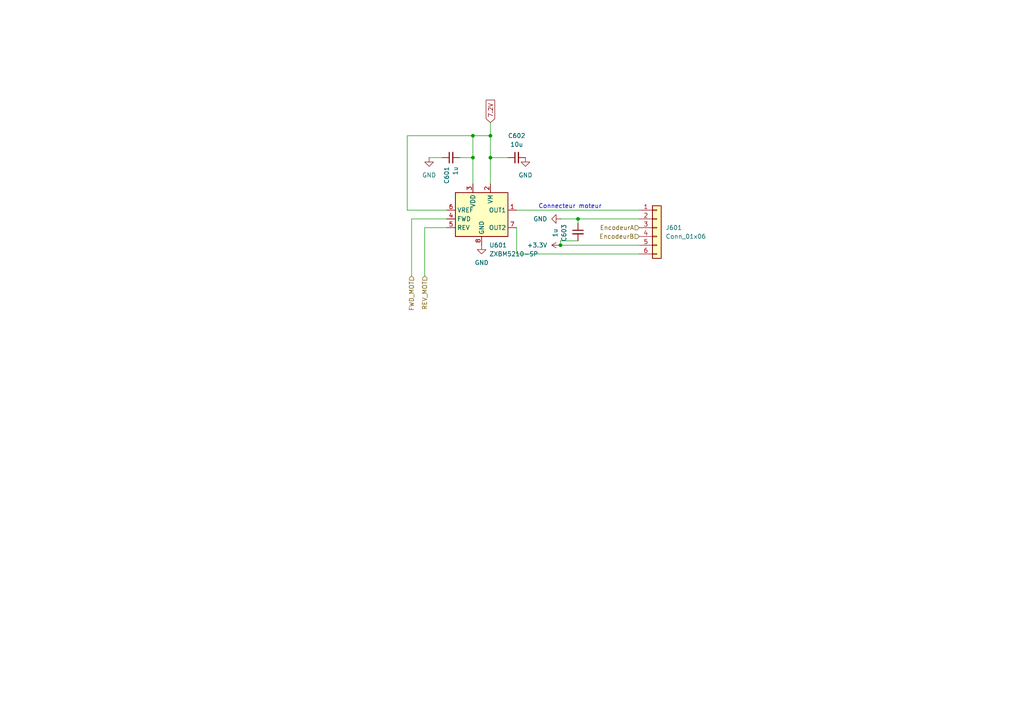
<source format=kicad_sch>
(kicad_sch
	(version 20231120)
	(generator "eeschema")
	(generator_version "8.0")
	(uuid "8a755c76-2df1-4ba6-a61f-87ab25400ca5")
	(paper "A4")
	(lib_symbols
		(symbol "Connector_Generic:Conn_01x06"
			(pin_names
				(offset 1.016) hide)
			(exclude_from_sim no)
			(in_bom yes)
			(on_board yes)
			(property "Reference" "J"
				(at 0 7.62 0)
				(effects
					(font
						(size 1.27 1.27)
					)
				)
			)
			(property "Value" "Conn_01x06"
				(at 0 -10.16 0)
				(effects
					(font
						(size 1.27 1.27)
					)
				)
			)
			(property "Footprint" ""
				(at 0 0 0)
				(effects
					(font
						(size 1.27 1.27)
					)
					(hide yes)
				)
			)
			(property "Datasheet" "~"
				(at 0 0 0)
				(effects
					(font
						(size 1.27 1.27)
					)
					(hide yes)
				)
			)
			(property "Description" "Generic connector, single row, 01x06, script generated (kicad-library-utils/schlib/autogen/connector/)"
				(at 0 0 0)
				(effects
					(font
						(size 1.27 1.27)
					)
					(hide yes)
				)
			)
			(property "ki_keywords" "connector"
				(at 0 0 0)
				(effects
					(font
						(size 1.27 1.27)
					)
					(hide yes)
				)
			)
			(property "ki_fp_filters" "Connector*:*_1x??_*"
				(at 0 0 0)
				(effects
					(font
						(size 1.27 1.27)
					)
					(hide yes)
				)
			)
			(symbol "Conn_01x06_1_1"
				(rectangle
					(start -1.27 -7.493)
					(end 0 -7.747)
					(stroke
						(width 0.1524)
						(type default)
					)
					(fill
						(type none)
					)
				)
				(rectangle
					(start -1.27 -4.953)
					(end 0 -5.207)
					(stroke
						(width 0.1524)
						(type default)
					)
					(fill
						(type none)
					)
				)
				(rectangle
					(start -1.27 -2.413)
					(end 0 -2.667)
					(stroke
						(width 0.1524)
						(type default)
					)
					(fill
						(type none)
					)
				)
				(rectangle
					(start -1.27 0.127)
					(end 0 -0.127)
					(stroke
						(width 0.1524)
						(type default)
					)
					(fill
						(type none)
					)
				)
				(rectangle
					(start -1.27 2.667)
					(end 0 2.413)
					(stroke
						(width 0.1524)
						(type default)
					)
					(fill
						(type none)
					)
				)
				(rectangle
					(start -1.27 5.207)
					(end 0 4.953)
					(stroke
						(width 0.1524)
						(type default)
					)
					(fill
						(type none)
					)
				)
				(rectangle
					(start -1.27 6.35)
					(end 1.27 -8.89)
					(stroke
						(width 0.254)
						(type default)
					)
					(fill
						(type background)
					)
				)
				(pin passive line
					(at -5.08 5.08 0)
					(length 3.81)
					(name "Pin_1"
						(effects
							(font
								(size 1.27 1.27)
							)
						)
					)
					(number "1"
						(effects
							(font
								(size 1.27 1.27)
							)
						)
					)
				)
				(pin passive line
					(at -5.08 2.54 0)
					(length 3.81)
					(name "Pin_2"
						(effects
							(font
								(size 1.27 1.27)
							)
						)
					)
					(number "2"
						(effects
							(font
								(size 1.27 1.27)
							)
						)
					)
				)
				(pin passive line
					(at -5.08 0 0)
					(length 3.81)
					(name "Pin_3"
						(effects
							(font
								(size 1.27 1.27)
							)
						)
					)
					(number "3"
						(effects
							(font
								(size 1.27 1.27)
							)
						)
					)
				)
				(pin passive line
					(at -5.08 -2.54 0)
					(length 3.81)
					(name "Pin_4"
						(effects
							(font
								(size 1.27 1.27)
							)
						)
					)
					(number "4"
						(effects
							(font
								(size 1.27 1.27)
							)
						)
					)
				)
				(pin passive line
					(at -5.08 -5.08 0)
					(length 3.81)
					(name "Pin_5"
						(effects
							(font
								(size 1.27 1.27)
							)
						)
					)
					(number "5"
						(effects
							(font
								(size 1.27 1.27)
							)
						)
					)
				)
				(pin passive line
					(at -5.08 -7.62 0)
					(length 3.81)
					(name "Pin_6"
						(effects
							(font
								(size 1.27 1.27)
							)
						)
					)
					(number "6"
						(effects
							(font
								(size 1.27 1.27)
							)
						)
					)
				)
			)
		)
		(symbol "Device:C_Small"
			(pin_numbers hide)
			(pin_names
				(offset 0.254) hide)
			(exclude_from_sim no)
			(in_bom yes)
			(on_board yes)
			(property "Reference" "C"
				(at 0.254 1.778 0)
				(effects
					(font
						(size 1.27 1.27)
					)
					(justify left)
				)
			)
			(property "Value" "C_Small"
				(at 0.254 -2.032 0)
				(effects
					(font
						(size 1.27 1.27)
					)
					(justify left)
				)
			)
			(property "Footprint" ""
				(at 0 0 0)
				(effects
					(font
						(size 1.27 1.27)
					)
					(hide yes)
				)
			)
			(property "Datasheet" "~"
				(at 0 0 0)
				(effects
					(font
						(size 1.27 1.27)
					)
					(hide yes)
				)
			)
			(property "Description" "Unpolarized capacitor, small symbol"
				(at 0 0 0)
				(effects
					(font
						(size 1.27 1.27)
					)
					(hide yes)
				)
			)
			(property "ki_keywords" "capacitor cap"
				(at 0 0 0)
				(effects
					(font
						(size 1.27 1.27)
					)
					(hide yes)
				)
			)
			(property "ki_fp_filters" "C_*"
				(at 0 0 0)
				(effects
					(font
						(size 1.27 1.27)
					)
					(hide yes)
				)
			)
			(symbol "C_Small_0_1"
				(polyline
					(pts
						(xy -1.524 -0.508) (xy 1.524 -0.508)
					)
					(stroke
						(width 0.3302)
						(type default)
					)
					(fill
						(type none)
					)
				)
				(polyline
					(pts
						(xy -1.524 0.508) (xy 1.524 0.508)
					)
					(stroke
						(width 0.3048)
						(type default)
					)
					(fill
						(type none)
					)
				)
			)
			(symbol "C_Small_1_1"
				(pin passive line
					(at 0 2.54 270)
					(length 2.032)
					(name "~"
						(effects
							(font
								(size 1.27 1.27)
							)
						)
					)
					(number "1"
						(effects
							(font
								(size 1.27 1.27)
							)
						)
					)
				)
				(pin passive line
					(at 0 -2.54 90)
					(length 2.032)
					(name "~"
						(effects
							(font
								(size 1.27 1.27)
							)
						)
					)
					(number "2"
						(effects
							(font
								(size 1.27 1.27)
							)
						)
					)
				)
			)
		)
		(symbol "Driver_Motor:ZXBM5210-SP"
			(exclude_from_sim no)
			(in_bom yes)
			(on_board yes)
			(property "Reference" "U"
				(at -7.62 8.89 0)
				(effects
					(font
						(size 1.27 1.27)
					)
				)
			)
			(property "Value" "ZXBM5210-SP"
				(at 10.16 8.89 0)
				(effects
					(font
						(size 1.27 1.27)
					)
				)
			)
			(property "Footprint" "Package_SO:Diodes_SO-8EP"
				(at 1.27 -6.35 0)
				(effects
					(font
						(size 1.27 1.27)
					)
					(hide yes)
				)
			)
			(property "Datasheet" "https://www.diodes.com/assets/Datasheets/ZXBM5210.pdf"
				(at 0 0 0)
				(effects
					(font
						(size 1.27 1.27)
					)
					(hide yes)
				)
			)
			(property "Description" "Reversible DC motor drive with speed control, 3-18V, 0.85A, SOIC-8EP"
				(at 0 0 0)
				(effects
					(font
						(size 1.27 1.27)
					)
					(hide yes)
				)
			)
			(property "ki_keywords" "H-bridge, motor driver, PWM, single coil"
				(at 0 0 0)
				(effects
					(font
						(size 1.27 1.27)
					)
					(hide yes)
				)
			)
			(property "ki_fp_filters" "Diodes*SO*EP*"
				(at 0 0 0)
				(effects
					(font
						(size 1.27 1.27)
					)
					(hide yes)
				)
			)
			(symbol "ZXBM5210-SP_0_0"
				(pin output line
					(at 10.16 2.54 180)
					(length 2.54)
					(name "OUT1"
						(effects
							(font
								(size 1.27 1.27)
							)
						)
					)
					(number "1"
						(effects
							(font
								(size 1.27 1.27)
							)
						)
					)
				)
				(pin power_in line
					(at 2.54 10.16 270)
					(length 2.54)
					(name "VM"
						(effects
							(font
								(size 1.27 1.27)
							)
						)
					)
					(number "2"
						(effects
							(font
								(size 1.27 1.27)
							)
						)
					)
				)
				(pin power_in line
					(at -2.54 10.16 270)
					(length 2.54)
					(name "VDD"
						(effects
							(font
								(size 1.27 1.27)
							)
						)
					)
					(number "3"
						(effects
							(font
								(size 1.27 1.27)
							)
						)
					)
				)
				(pin input line
					(at -10.16 0 0)
					(length 2.54)
					(name "FWD"
						(effects
							(font
								(size 1.27 1.27)
							)
						)
					)
					(number "4"
						(effects
							(font
								(size 1.27 1.27)
							)
						)
					)
				)
				(pin input line
					(at -10.16 -2.54 0)
					(length 2.54)
					(name "REV"
						(effects
							(font
								(size 1.27 1.27)
							)
						)
					)
					(number "5"
						(effects
							(font
								(size 1.27 1.27)
							)
						)
					)
				)
				(pin input line
					(at -10.16 2.54 0)
					(length 2.54)
					(name "VREF"
						(effects
							(font
								(size 1.27 1.27)
							)
						)
					)
					(number "6"
						(effects
							(font
								(size 1.27 1.27)
							)
						)
					)
				)
				(pin output line
					(at 10.16 -2.54 180)
					(length 2.54)
					(name "OUT2"
						(effects
							(font
								(size 1.27 1.27)
							)
						)
					)
					(number "7"
						(effects
							(font
								(size 1.27 1.27)
							)
						)
					)
				)
				(pin power_in line
					(at 0 -7.62 90)
					(length 2.54)
					(name "GND"
						(effects
							(font
								(size 1.27 1.27)
							)
						)
					)
					(number "8"
						(effects
							(font
								(size 1.27 1.27)
							)
						)
					)
				)
				(pin passive line
					(at 0 -7.62 90)
					(length 2.54) hide
					(name "GND"
						(effects
							(font
								(size 1.27 1.27)
							)
						)
					)
					(number "9"
						(effects
							(font
								(size 1.27 1.27)
							)
						)
					)
				)
			)
			(symbol "ZXBM5210-SP_0_1"
				(rectangle
					(start -7.62 7.62)
					(end 7.62 -5.08)
					(stroke
						(width 0.254)
						(type default)
					)
					(fill
						(type background)
					)
				)
			)
		)
		(symbol "power:+3.3V"
			(power)
			(pin_numbers hide)
			(pin_names
				(offset 0) hide)
			(exclude_from_sim no)
			(in_bom yes)
			(on_board yes)
			(property "Reference" "#PWR"
				(at 0 -3.81 0)
				(effects
					(font
						(size 1.27 1.27)
					)
					(hide yes)
				)
			)
			(property "Value" "+3.3V"
				(at 0 3.556 0)
				(effects
					(font
						(size 1.27 1.27)
					)
				)
			)
			(property "Footprint" ""
				(at 0 0 0)
				(effects
					(font
						(size 1.27 1.27)
					)
					(hide yes)
				)
			)
			(property "Datasheet" ""
				(at 0 0 0)
				(effects
					(font
						(size 1.27 1.27)
					)
					(hide yes)
				)
			)
			(property "Description" "Power symbol creates a global label with name \"+3.3V\""
				(at 0 0 0)
				(effects
					(font
						(size 1.27 1.27)
					)
					(hide yes)
				)
			)
			(property "ki_keywords" "global power"
				(at 0 0 0)
				(effects
					(font
						(size 1.27 1.27)
					)
					(hide yes)
				)
			)
			(symbol "+3.3V_0_1"
				(polyline
					(pts
						(xy -0.762 1.27) (xy 0 2.54)
					)
					(stroke
						(width 0)
						(type default)
					)
					(fill
						(type none)
					)
				)
				(polyline
					(pts
						(xy 0 0) (xy 0 2.54)
					)
					(stroke
						(width 0)
						(type default)
					)
					(fill
						(type none)
					)
				)
				(polyline
					(pts
						(xy 0 2.54) (xy 0.762 1.27)
					)
					(stroke
						(width 0)
						(type default)
					)
					(fill
						(type none)
					)
				)
			)
			(symbol "+3.3V_1_1"
				(pin power_in line
					(at 0 0 90)
					(length 0)
					(name "~"
						(effects
							(font
								(size 1.27 1.27)
							)
						)
					)
					(number "1"
						(effects
							(font
								(size 1.27 1.27)
							)
						)
					)
				)
			)
		)
		(symbol "power:GND"
			(power)
			(pin_numbers hide)
			(pin_names
				(offset 0) hide)
			(exclude_from_sim no)
			(in_bom yes)
			(on_board yes)
			(property "Reference" "#PWR"
				(at 0 -6.35 0)
				(effects
					(font
						(size 1.27 1.27)
					)
					(hide yes)
				)
			)
			(property "Value" "GND"
				(at 0 -3.81 0)
				(effects
					(font
						(size 1.27 1.27)
					)
				)
			)
			(property "Footprint" ""
				(at 0 0 0)
				(effects
					(font
						(size 1.27 1.27)
					)
					(hide yes)
				)
			)
			(property "Datasheet" ""
				(at 0 0 0)
				(effects
					(font
						(size 1.27 1.27)
					)
					(hide yes)
				)
			)
			(property "Description" "Power symbol creates a global label with name \"GND\" , ground"
				(at 0 0 0)
				(effects
					(font
						(size 1.27 1.27)
					)
					(hide yes)
				)
			)
			(property "ki_keywords" "global power"
				(at 0 0 0)
				(effects
					(font
						(size 1.27 1.27)
					)
					(hide yes)
				)
			)
			(symbol "GND_0_1"
				(polyline
					(pts
						(xy 0 0) (xy 0 -1.27) (xy 1.27 -1.27) (xy 0 -2.54) (xy -1.27 -1.27) (xy 0 -1.27)
					)
					(stroke
						(width 0)
						(type default)
					)
					(fill
						(type none)
					)
				)
			)
			(symbol "GND_1_1"
				(pin power_in line
					(at 0 0 270)
					(length 0)
					(name "~"
						(effects
							(font
								(size 1.27 1.27)
							)
						)
					)
					(number "1"
						(effects
							(font
								(size 1.27 1.27)
							)
						)
					)
				)
			)
		)
	)
	(junction
		(at 162.56 71.12)
		(diameter 0)
		(color 0 0 0 0)
		(uuid "3061bc53-b170-4402-84c4-e54eb8141dd1")
	)
	(junction
		(at 142.24 39.37)
		(diameter 0)
		(color 0 0 0 0)
		(uuid "51a30860-2deb-4f99-ba78-47b7701f5c50")
	)
	(junction
		(at 167.64 63.5)
		(diameter 0)
		(color 0 0 0 0)
		(uuid "66b9e2bf-fbe3-4dc1-b12e-e6eeb3ab9aa6")
	)
	(junction
		(at 137.16 39.37)
		(diameter 0)
		(color 0 0 0 0)
		(uuid "979d4216-8c24-4fab-98b6-010d7646c789")
	)
	(junction
		(at 137.16 45.72)
		(diameter 0)
		(color 0 0 0 0)
		(uuid "f46ed525-6be2-4019-adf3-517d026e8c94")
	)
	(junction
		(at 142.24 45.72)
		(diameter 0)
		(color 0 0 0 0)
		(uuid "f70eb35c-0700-4e24-95b1-1e4bee84bcd6")
	)
	(wire
		(pts
			(xy 142.24 45.72) (xy 147.32 45.72)
		)
		(stroke
			(width 0)
			(type default)
		)
		(uuid "033edf6f-fe60-400b-94b1-88a1214df59c")
	)
	(wire
		(pts
			(xy 162.56 71.12) (xy 185.42 71.12)
		)
		(stroke
			(width 0)
			(type default)
		)
		(uuid "13308ce3-7b45-455f-952c-f712bbce8337")
	)
	(wire
		(pts
			(xy 142.24 39.37) (xy 142.24 45.72)
		)
		(stroke
			(width 0)
			(type default)
		)
		(uuid "2cb30cfb-e71e-4cad-b3eb-1f8556e3c742")
	)
	(wire
		(pts
			(xy 149.86 60.96) (xy 185.42 60.96)
		)
		(stroke
			(width 0)
			(type default)
		)
		(uuid "3a114192-3f5b-4b0e-b1c5-0c11f6ca41cf")
	)
	(wire
		(pts
			(xy 137.16 45.72) (xy 133.35 45.72)
		)
		(stroke
			(width 0)
			(type default)
		)
		(uuid "44a0c72d-8399-4c1f-806b-f1d60213153e")
	)
	(wire
		(pts
			(xy 162.56 69.85) (xy 162.56 71.12)
		)
		(stroke
			(width 0)
			(type default)
		)
		(uuid "5d1b1bc3-8b50-48e1-ad7d-c101483b87f3")
	)
	(wire
		(pts
			(xy 137.16 39.37) (xy 142.24 39.37)
		)
		(stroke
			(width 0)
			(type default)
		)
		(uuid "63d74254-a242-4742-b35e-d22ad06d597d")
	)
	(wire
		(pts
			(xy 142.24 53.34) (xy 142.24 45.72)
		)
		(stroke
			(width 0)
			(type default)
		)
		(uuid "6aa293a0-2291-4f89-bd80-536e4e01782b")
	)
	(wire
		(pts
			(xy 162.56 63.5) (xy 167.64 63.5)
		)
		(stroke
			(width 0)
			(type default)
		)
		(uuid "731313e4-0b8b-4403-b566-14a8afc512af")
	)
	(wire
		(pts
			(xy 123.19 66.04) (xy 129.54 66.04)
		)
		(stroke
			(width 0)
			(type default)
		)
		(uuid "8adef48b-5e84-43db-b6b7-47fe27769306")
	)
	(wire
		(pts
			(xy 119.38 63.5) (xy 129.54 63.5)
		)
		(stroke
			(width 0)
			(type default)
		)
		(uuid "a3f4ec73-a354-4220-858c-3083134e3de1")
	)
	(wire
		(pts
			(xy 149.86 73.66) (xy 149.86 66.04)
		)
		(stroke
			(width 0)
			(type default)
		)
		(uuid "c3dcc24b-7a6b-4241-9c1b-cd2fb7d0e528")
	)
	(wire
		(pts
			(xy 118.11 60.96) (xy 129.54 60.96)
		)
		(stroke
			(width 0)
			(type default)
		)
		(uuid "caef46c7-3964-403f-a12c-6e7e179e66d1")
	)
	(wire
		(pts
			(xy 137.16 39.37) (xy 137.16 45.72)
		)
		(stroke
			(width 0)
			(type default)
		)
		(uuid "cf7625c8-3c65-4834-b935-145604383783")
	)
	(wire
		(pts
			(xy 118.11 39.37) (xy 137.16 39.37)
		)
		(stroke
			(width 0)
			(type default)
		)
		(uuid "dbec2dbe-ebf6-4fd1-b6af-4c592c3492c1")
	)
	(wire
		(pts
			(xy 142.24 35.56) (xy 142.24 39.37)
		)
		(stroke
			(width 0)
			(type default)
		)
		(uuid "dd9a5ef9-0146-4dda-a4f1-705ad937566f")
	)
	(wire
		(pts
			(xy 123.19 80.01) (xy 123.19 66.04)
		)
		(stroke
			(width 0)
			(type default)
		)
		(uuid "e015cabd-8c1c-48fd-8f9c-8149babf7ebf")
	)
	(wire
		(pts
			(xy 124.46 45.72) (xy 128.27 45.72)
		)
		(stroke
			(width 0)
			(type default)
		)
		(uuid "e0a2fcca-7ad4-4b7e-829b-0bb6a7d59c6c")
	)
	(wire
		(pts
			(xy 118.11 39.37) (xy 118.11 60.96)
		)
		(stroke
			(width 0)
			(type default)
		)
		(uuid "e19e0e14-8ca1-4305-b39f-b26ad57a6e1b")
	)
	(wire
		(pts
			(xy 119.38 80.01) (xy 119.38 63.5)
		)
		(stroke
			(width 0)
			(type default)
		)
		(uuid "e3f3e188-3ae2-4a39-bd18-4452d1c85ab9")
	)
	(wire
		(pts
			(xy 167.64 63.5) (xy 167.64 64.77)
		)
		(stroke
			(width 0)
			(type default)
		)
		(uuid "e7acab47-b277-47c8-abae-fd3ba9da5c41")
	)
	(wire
		(pts
			(xy 137.16 53.34) (xy 137.16 45.72)
		)
		(stroke
			(width 0)
			(type default)
		)
		(uuid "e8ef8214-d4d9-4dc0-a6e1-3129f916492a")
	)
	(wire
		(pts
			(xy 149.86 73.66) (xy 185.42 73.66)
		)
		(stroke
			(width 0)
			(type default)
		)
		(uuid "e99618f6-cf1c-49af-bc37-38acfe8f097d")
	)
	(wire
		(pts
			(xy 167.64 63.5) (xy 185.42 63.5)
		)
		(stroke
			(width 0)
			(type default)
		)
		(uuid "ec1a33a1-ae77-483d-ab12-905f71ffc8cd")
	)
	(wire
		(pts
			(xy 167.64 69.85) (xy 162.56 69.85)
		)
		(stroke
			(width 0)
			(type default)
		)
		(uuid "f5b69869-8b8c-453d-917f-a23a59b8fe46")
	)
	(text "Connecteur moteur"
		(exclude_from_sim no)
		(at 165.354 59.944 0)
		(effects
			(font
				(size 1.27 1.27)
			)
		)
		(uuid "0f58184f-4d8b-4b08-b697-b29c5ca23c23")
	)
	(global_label "7.2V"
		(shape input)
		(at 142.24 35.56 90)
		(fields_autoplaced yes)
		(effects
			(font
				(size 1.27 1.27)
			)
			(justify left)
		)
		(uuid "e0810931-d87f-488d-b0e3-f888cb117cdd")
		(property "Intersheetrefs" "${INTERSHEET_REFS}"
			(at 142.24 28.4624 90)
			(effects
				(font
					(size 1.27 1.27)
				)
				(justify left)
				(hide yes)
			)
		)
	)
	(hierarchical_label "EncodeurA"
		(shape input)
		(at 185.42 66.04 180)
		(fields_autoplaced yes)
		(effects
			(font
				(size 1.27 1.27)
			)
			(justify right)
		)
		(uuid "141b9059-73c3-4b0d-b031-ba95c6cb0b18")
	)
	(hierarchical_label "EncodeurB"
		(shape input)
		(at 185.42 68.58 180)
		(fields_autoplaced yes)
		(effects
			(font
				(size 1.27 1.27)
			)
			(justify right)
		)
		(uuid "a3dfbec5-0ac6-42cd-9b91-16f955b421d2")
	)
	(hierarchical_label "FWD_MOT"
		(shape input)
		(at 119.38 80.01 270)
		(fields_autoplaced yes)
		(effects
			(font
				(size 1.27 1.27)
			)
			(justify right)
		)
		(uuid "a86eaffe-78e5-4de6-845a-9e375a2d0e12")
	)
	(hierarchical_label "REV_MOT"
		(shape input)
		(at 123.19 80.01 270)
		(fields_autoplaced yes)
		(effects
			(font
				(size 1.27 1.27)
			)
			(justify right)
		)
		(uuid "f77f1958-2616-48a4-bcaf-bdb98e7d15db")
	)
	(symbol
		(lib_id "power:+3.3V")
		(at 162.56 71.12 90)
		(unit 1)
		(exclude_from_sim no)
		(in_bom yes)
		(on_board yes)
		(dnp no)
		(fields_autoplaced yes)
		(uuid "1d64dfe1-32c8-4ea6-954b-4c96c15d1154")
		(property "Reference" "#PWR0605"
			(at 166.37 71.12 0)
			(effects
				(font
					(size 1.27 1.27)
				)
				(hide yes)
			)
		)
		(property "Value" "+3.3V"
			(at 158.75 71.1199 90)
			(effects
				(font
					(size 1.27 1.27)
				)
				(justify left)
			)
		)
		(property "Footprint" ""
			(at 162.56 71.12 0)
			(effects
				(font
					(size 1.27 1.27)
				)
				(hide yes)
			)
		)
		(property "Datasheet" ""
			(at 162.56 71.12 0)
			(effects
				(font
					(size 1.27 1.27)
				)
				(hide yes)
			)
		)
		(property "Description" "Power symbol creates a global label with name \"+3.3V\""
			(at 162.56 71.12 0)
			(effects
				(font
					(size 1.27 1.27)
				)
				(hide yes)
			)
		)
		(pin "1"
			(uuid "0a6e928b-02eb-4225-ae9d-9e350c2dd634")
		)
		(instances
			(project "Projet_torero"
				(path "/04e1eb47-a2c4-462b-bef7-377d9515a2c0/dd27f41c-7d47-40cd-8124-f9caabbde9e3/0f1c410a-6af4-4b35-8e5a-494d8e966509"
					(reference "#PWR0605")
					(unit 1)
				)
				(path "/04e1eb47-a2c4-462b-bef7-377d9515a2c0/dd27f41c-7d47-40cd-8124-f9caabbde9e3/1155aff2-0474-4d72-be32-a9f851f4a9bf"
					(reference "#PWR0705")
					(unit 1)
				)
			)
		)
	)
	(symbol
		(lib_id "Device:C_Small")
		(at 167.64 67.31 0)
		(unit 1)
		(exclude_from_sim no)
		(in_bom yes)
		(on_board yes)
		(dnp no)
		(uuid "2a3fbef3-a004-4d5b-ac17-9e1560351218")
		(property "Reference" "C603"
			(at 163.576 67.564 90)
			(effects
				(font
					(size 1.27 1.27)
				)
			)
		)
		(property "Value" "1u"
			(at 161.036 67.564 90)
			(effects
				(font
					(size 1.27 1.27)
				)
			)
		)
		(property "Footprint" "Capacitor_SMD:C_0603_1608Metric"
			(at 167.64 67.31 0)
			(effects
				(font
					(size 1.27 1.27)
				)
				(hide yes)
			)
		)
		(property "Datasheet" "~"
			(at 167.64 67.31 0)
			(effects
				(font
					(size 1.27 1.27)
				)
				(hide yes)
			)
		)
		(property "Description" "Unpolarized capacitor, small symbol"
			(at 167.64 67.31 0)
			(effects
				(font
					(size 1.27 1.27)
				)
				(hide yes)
			)
		)
		(pin "1"
			(uuid "4be9ae03-1e23-4018-9f30-1589e3a1cb7f")
		)
		(pin "2"
			(uuid "776c32c1-c3a9-4aab-962f-3c0275cdddc0")
		)
		(instances
			(project "Projet_torero"
				(path "/04e1eb47-a2c4-462b-bef7-377d9515a2c0/dd27f41c-7d47-40cd-8124-f9caabbde9e3/0f1c410a-6af4-4b35-8e5a-494d8e966509"
					(reference "C603")
					(unit 1)
				)
				(path "/04e1eb47-a2c4-462b-bef7-377d9515a2c0/dd27f41c-7d47-40cd-8124-f9caabbde9e3/1155aff2-0474-4d72-be32-a9f851f4a9bf"
					(reference "C703")
					(unit 1)
				)
			)
		)
	)
	(symbol
		(lib_id "power:GND")
		(at 124.46 45.72 0)
		(unit 1)
		(exclude_from_sim no)
		(in_bom yes)
		(on_board yes)
		(dnp no)
		(fields_autoplaced yes)
		(uuid "38873e6f-8d69-4cdd-9541-28a9e69d30b9")
		(property "Reference" "#PWR0601"
			(at 124.46 52.07 0)
			(effects
				(font
					(size 1.27 1.27)
				)
				(hide yes)
			)
		)
		(property "Value" "GND"
			(at 124.46 50.8 0)
			(effects
				(font
					(size 1.27 1.27)
				)
			)
		)
		(property "Footprint" ""
			(at 124.46 45.72 0)
			(effects
				(font
					(size 1.27 1.27)
				)
				(hide yes)
			)
		)
		(property "Datasheet" ""
			(at 124.46 45.72 0)
			(effects
				(font
					(size 1.27 1.27)
				)
				(hide yes)
			)
		)
		(property "Description" "Power symbol creates a global label with name \"GND\" , ground"
			(at 124.46 45.72 0)
			(effects
				(font
					(size 1.27 1.27)
				)
				(hide yes)
			)
		)
		(pin "1"
			(uuid "dadba9b4-6339-431a-bd51-cf3898ec1dfa")
		)
		(instances
			(project "Projet_torero"
				(path "/04e1eb47-a2c4-462b-bef7-377d9515a2c0/dd27f41c-7d47-40cd-8124-f9caabbde9e3/0f1c410a-6af4-4b35-8e5a-494d8e966509"
					(reference "#PWR0601")
					(unit 1)
				)
				(path "/04e1eb47-a2c4-462b-bef7-377d9515a2c0/dd27f41c-7d47-40cd-8124-f9caabbde9e3/1155aff2-0474-4d72-be32-a9f851f4a9bf"
					(reference "#PWR0701")
					(unit 1)
				)
			)
		)
	)
	(symbol
		(lib_id "Connector_Generic:Conn_01x06")
		(at 190.5 66.04 0)
		(unit 1)
		(exclude_from_sim no)
		(in_bom yes)
		(on_board yes)
		(dnp no)
		(fields_autoplaced yes)
		(uuid "445f1ca8-c298-4342-b77b-b8d5da0ea07f")
		(property "Reference" "J601"
			(at 193.04 66.0399 0)
			(effects
				(font
					(size 1.27 1.27)
				)
				(justify left)
			)
		)
		(property "Value" "Conn_01x06"
			(at 193.04 68.5799 0)
			(effects
				(font
					(size 1.27 1.27)
				)
				(justify left)
			)
		)
		(property "Footprint" "Connector_JST:JST_XH_S6B-XH-A_1x06_P2.50mm_Horizontal"
			(at 190.5 66.04 0)
			(effects
				(font
					(size 1.27 1.27)
				)
				(hide yes)
			)
		)
		(property "Datasheet" "~"
			(at 190.5 66.04 0)
			(effects
				(font
					(size 1.27 1.27)
				)
				(hide yes)
			)
		)
		(property "Description" "Generic connector, single row, 01x06, script generated (kicad-library-utils/schlib/autogen/connector/)"
			(at 190.5 66.04 0)
			(effects
				(font
					(size 1.27 1.27)
				)
				(hide yes)
			)
		)
		(pin "1"
			(uuid "eb867d53-b8bd-45d1-9fe9-309dcca64668")
		)
		(pin "4"
			(uuid "4466ada6-d5df-460d-8113-c672235a5648")
		)
		(pin "2"
			(uuid "74af347a-04d5-4d25-97dc-42733c80a738")
		)
		(pin "6"
			(uuid "586e6ff6-5e52-4dab-99ff-defc91409592")
		)
		(pin "5"
			(uuid "9d1d8d1e-2b39-401b-a094-16ca022495e5")
		)
		(pin "3"
			(uuid "cfd4291b-c075-47f0-8119-854e6d15245c")
		)
		(instances
			(project ""
				(path "/04e1eb47-a2c4-462b-bef7-377d9515a2c0/dd27f41c-7d47-40cd-8124-f9caabbde9e3/0f1c410a-6af4-4b35-8e5a-494d8e966509"
					(reference "J601")
					(unit 1)
				)
				(path "/04e1eb47-a2c4-462b-bef7-377d9515a2c0/dd27f41c-7d47-40cd-8124-f9caabbde9e3/1155aff2-0474-4d72-be32-a9f851f4a9bf"
					(reference "J701")
					(unit 1)
				)
			)
		)
	)
	(symbol
		(lib_id "power:GND")
		(at 139.7 71.12 0)
		(unit 1)
		(exclude_from_sim no)
		(in_bom yes)
		(on_board yes)
		(dnp no)
		(fields_autoplaced yes)
		(uuid "5b269d97-c25b-401e-92f1-5ec6f5518a40")
		(property "Reference" "#PWR0602"
			(at 139.7 77.47 0)
			(effects
				(font
					(size 1.27 1.27)
				)
				(hide yes)
			)
		)
		(property "Value" "GND"
			(at 139.7 76.2 0)
			(effects
				(font
					(size 1.27 1.27)
				)
			)
		)
		(property "Footprint" ""
			(at 139.7 71.12 0)
			(effects
				(font
					(size 1.27 1.27)
				)
				(hide yes)
			)
		)
		(property "Datasheet" ""
			(at 139.7 71.12 0)
			(effects
				(font
					(size 1.27 1.27)
				)
				(hide yes)
			)
		)
		(property "Description" "Power symbol creates a global label with name \"GND\" , ground"
			(at 139.7 71.12 0)
			(effects
				(font
					(size 1.27 1.27)
				)
				(hide yes)
			)
		)
		(pin "1"
			(uuid "39ad8300-9a2c-4f9f-864f-635e780fafb3")
		)
		(instances
			(project "Projet_torero"
				(path "/04e1eb47-a2c4-462b-bef7-377d9515a2c0/dd27f41c-7d47-40cd-8124-f9caabbde9e3/0f1c410a-6af4-4b35-8e5a-494d8e966509"
					(reference "#PWR0602")
					(unit 1)
				)
				(path "/04e1eb47-a2c4-462b-bef7-377d9515a2c0/dd27f41c-7d47-40cd-8124-f9caabbde9e3/1155aff2-0474-4d72-be32-a9f851f4a9bf"
					(reference "#PWR0702")
					(unit 1)
				)
			)
		)
	)
	(symbol
		(lib_id "Device:C_Small")
		(at 130.81 45.72 90)
		(mirror x)
		(unit 1)
		(exclude_from_sim no)
		(in_bom yes)
		(on_board yes)
		(dnp no)
		(uuid "9c4a8910-f8e3-497a-917c-e722b96629a1")
		(property "Reference" "C601"
			(at 129.5462 48.26 0)
			(effects
				(font
					(size 1.27 1.27)
				)
				(justify left)
			)
		)
		(property "Value" "1u"
			(at 132.0862 48.26 0)
			(effects
				(font
					(size 1.27 1.27)
				)
				(justify left)
			)
		)
		(property "Footprint" "Capacitor_SMD:C_0603_1608Metric"
			(at 130.81 45.72 0)
			(effects
				(font
					(size 1.27 1.27)
				)
				(hide yes)
			)
		)
		(property "Datasheet" "~"
			(at 130.81 45.72 0)
			(effects
				(font
					(size 1.27 1.27)
				)
				(hide yes)
			)
		)
		(property "Description" "Unpolarized capacitor, small symbol"
			(at 130.81 45.72 0)
			(effects
				(font
					(size 1.27 1.27)
				)
				(hide yes)
			)
		)
		(pin "2"
			(uuid "28da2858-9fba-48b3-a4a2-613d92259068")
		)
		(pin "1"
			(uuid "527fe620-f7af-45bb-81e6-bf9925766f39")
		)
		(instances
			(project "Projet_torero"
				(path "/04e1eb47-a2c4-462b-bef7-377d9515a2c0/dd27f41c-7d47-40cd-8124-f9caabbde9e3/0f1c410a-6af4-4b35-8e5a-494d8e966509"
					(reference "C601")
					(unit 1)
				)
				(path "/04e1eb47-a2c4-462b-bef7-377d9515a2c0/dd27f41c-7d47-40cd-8124-f9caabbde9e3/1155aff2-0474-4d72-be32-a9f851f4a9bf"
					(reference "C701")
					(unit 1)
				)
			)
		)
	)
	(symbol
		(lib_id "power:GND")
		(at 152.4 45.72 0)
		(unit 1)
		(exclude_from_sim no)
		(in_bom yes)
		(on_board yes)
		(dnp no)
		(fields_autoplaced yes)
		(uuid "a22b50f8-2514-4a1e-8f56-bc988302aae4")
		(property "Reference" "#PWR0603"
			(at 152.4 52.07 0)
			(effects
				(font
					(size 1.27 1.27)
				)
				(hide yes)
			)
		)
		(property "Value" "GND"
			(at 152.4 50.8 0)
			(effects
				(font
					(size 1.27 1.27)
				)
			)
		)
		(property "Footprint" ""
			(at 152.4 45.72 0)
			(effects
				(font
					(size 1.27 1.27)
				)
				(hide yes)
			)
		)
		(property "Datasheet" ""
			(at 152.4 45.72 0)
			(effects
				(font
					(size 1.27 1.27)
				)
				(hide yes)
			)
		)
		(property "Description" "Power symbol creates a global label with name \"GND\" , ground"
			(at 152.4 45.72 0)
			(effects
				(font
					(size 1.27 1.27)
				)
				(hide yes)
			)
		)
		(pin "1"
			(uuid "ca71d9bf-5316-423b-a7fa-4673b1a231d8")
		)
		(instances
			(project "Projet_torero"
				(path "/04e1eb47-a2c4-462b-bef7-377d9515a2c0/dd27f41c-7d47-40cd-8124-f9caabbde9e3/0f1c410a-6af4-4b35-8e5a-494d8e966509"
					(reference "#PWR0603")
					(unit 1)
				)
				(path "/04e1eb47-a2c4-462b-bef7-377d9515a2c0/dd27f41c-7d47-40cd-8124-f9caabbde9e3/1155aff2-0474-4d72-be32-a9f851f4a9bf"
					(reference "#PWR0703")
					(unit 1)
				)
			)
		)
	)
	(symbol
		(lib_id "Device:C_Small")
		(at 149.86 45.72 90)
		(unit 1)
		(exclude_from_sim no)
		(in_bom yes)
		(on_board yes)
		(dnp no)
		(fields_autoplaced yes)
		(uuid "bc60222b-f582-4d9d-b264-a512845855d2")
		(property "Reference" "C602"
			(at 149.8663 39.37 90)
			(effects
				(font
					(size 1.27 1.27)
				)
			)
		)
		(property "Value" "10u"
			(at 149.8663 41.91 90)
			(effects
				(font
					(size 1.27 1.27)
				)
			)
		)
		(property "Footprint" "Capacitor_SMD:C_0603_1608Metric"
			(at 149.86 45.72 0)
			(effects
				(font
					(size 1.27 1.27)
				)
				(hide yes)
			)
		)
		(property "Datasheet" "~"
			(at 149.86 45.72 0)
			(effects
				(font
					(size 1.27 1.27)
				)
				(hide yes)
			)
		)
		(property "Description" "Unpolarized capacitor, small symbol"
			(at 149.86 45.72 0)
			(effects
				(font
					(size 1.27 1.27)
				)
				(hide yes)
			)
		)
		(pin "2"
			(uuid "e56d2c08-2399-48d4-8449-990771df0bd5")
		)
		(pin "1"
			(uuid "d3b8086e-aa9f-4ee0-93ea-11c144bc638b")
		)
		(instances
			(project "Projet_torero"
				(path "/04e1eb47-a2c4-462b-bef7-377d9515a2c0/dd27f41c-7d47-40cd-8124-f9caabbde9e3/0f1c410a-6af4-4b35-8e5a-494d8e966509"
					(reference "C602")
					(unit 1)
				)
				(path "/04e1eb47-a2c4-462b-bef7-377d9515a2c0/dd27f41c-7d47-40cd-8124-f9caabbde9e3/1155aff2-0474-4d72-be32-a9f851f4a9bf"
					(reference "C702")
					(unit 1)
				)
			)
		)
	)
	(symbol
		(lib_id "Driver_Motor:ZXBM5210-SP")
		(at 139.7 63.5 0)
		(unit 1)
		(exclude_from_sim no)
		(in_bom yes)
		(on_board yes)
		(dnp no)
		(fields_autoplaced yes)
		(uuid "ca992557-357d-469b-b9cc-d0d64daa8ed5")
		(property "Reference" "U601"
			(at 141.8941 71.12 0)
			(effects
				(font
					(size 1.27 1.27)
				)
				(justify left)
			)
		)
		(property "Value" "ZXBM5210-SP"
			(at 141.8941 73.66 0)
			(effects
				(font
					(size 1.27 1.27)
				)
				(justify left)
			)
		)
		(property "Footprint" "Package_SO:Diodes_SO-8EP"
			(at 140.97 69.85 0)
			(effects
				(font
					(size 1.27 1.27)
				)
				(hide yes)
			)
		)
		(property "Datasheet" "https://www.diodes.com/assets/Datasheets/ZXBM5210.pdf"
			(at 139.7 63.5 0)
			(effects
				(font
					(size 1.27 1.27)
				)
				(hide yes)
			)
		)
		(property "Description" "Reversible DC motor drive with speed control, 3-18V, 0.85A, SOIC-8EP"
			(at 139.7 63.5 0)
			(effects
				(font
					(size 1.27 1.27)
				)
				(hide yes)
			)
		)
		(pin "8"
			(uuid "314a8acd-993f-4f19-99d4-2116da7071ba")
		)
		(pin "2"
			(uuid "ce2aab7d-3f49-498f-822a-355a4a7eeb3b")
		)
		(pin "7"
			(uuid "369ffa46-48b8-4b2d-a7cf-839426469fbe")
		)
		(pin "9"
			(uuid "fb19db7a-020a-4e50-b259-fc80365708c0")
		)
		(pin "5"
			(uuid "969343b3-2ddd-4d0f-bbc1-7984716c11f1")
		)
		(pin "1"
			(uuid "6f156ddb-e8c3-40c0-a5c3-b5c760189eae")
		)
		(pin "4"
			(uuid "ba4f2cad-047a-4522-bf6d-0c4184003fc3")
		)
		(pin "3"
			(uuid "db02e1e5-62f5-488b-b3c9-d08480da3042")
		)
		(pin "6"
			(uuid "001777c3-93b5-497f-b913-e8d3efa4bf11")
		)
		(instances
			(project "Projet_torero"
				(path "/04e1eb47-a2c4-462b-bef7-377d9515a2c0/dd27f41c-7d47-40cd-8124-f9caabbde9e3/0f1c410a-6af4-4b35-8e5a-494d8e966509"
					(reference "U601")
					(unit 1)
				)
				(path "/04e1eb47-a2c4-462b-bef7-377d9515a2c0/dd27f41c-7d47-40cd-8124-f9caabbde9e3/1155aff2-0474-4d72-be32-a9f851f4a9bf"
					(reference "U701")
					(unit 1)
				)
			)
		)
	)
	(symbol
		(lib_id "power:GND")
		(at 162.56 63.5 270)
		(unit 1)
		(exclude_from_sim no)
		(in_bom yes)
		(on_board yes)
		(dnp no)
		(fields_autoplaced yes)
		(uuid "d9c35082-ed19-4ecb-8444-012f53de771e")
		(property "Reference" "#PWR0604"
			(at 156.21 63.5 0)
			(effects
				(font
					(size 1.27 1.27)
				)
				(hide yes)
			)
		)
		(property "Value" "GND"
			(at 158.75 63.4999 90)
			(effects
				(font
					(size 1.27 1.27)
				)
				(justify right)
			)
		)
		(property "Footprint" ""
			(at 162.56 63.5 0)
			(effects
				(font
					(size 1.27 1.27)
				)
				(hide yes)
			)
		)
		(property "Datasheet" ""
			(at 162.56 63.5 0)
			(effects
				(font
					(size 1.27 1.27)
				)
				(hide yes)
			)
		)
		(property "Description" "Power symbol creates a global label with name \"GND\" , ground"
			(at 162.56 63.5 0)
			(effects
				(font
					(size 1.27 1.27)
				)
				(hide yes)
			)
		)
		(pin "1"
			(uuid "995c23c7-09af-4832-9bc1-169520d14d06")
		)
		(instances
			(project "Projet_torero"
				(path "/04e1eb47-a2c4-462b-bef7-377d9515a2c0/dd27f41c-7d47-40cd-8124-f9caabbde9e3/0f1c410a-6af4-4b35-8e5a-494d8e966509"
					(reference "#PWR0604")
					(unit 1)
				)
				(path "/04e1eb47-a2c4-462b-bef7-377d9515a2c0/dd27f41c-7d47-40cd-8124-f9caabbde9e3/1155aff2-0474-4d72-be32-a9f851f4a9bf"
					(reference "#PWR0704")
					(unit 1)
				)
			)
		)
	)
)

</source>
